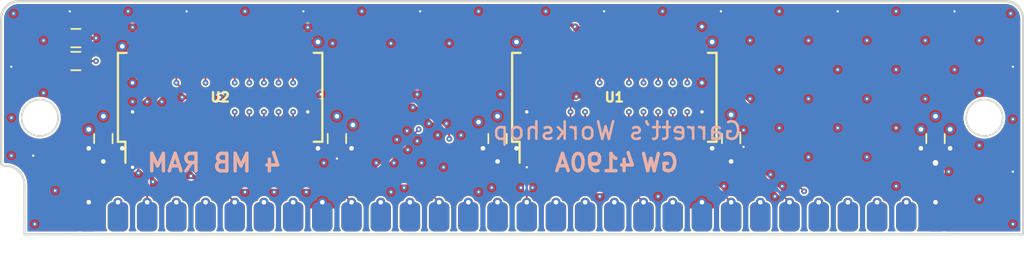
<source format=kicad_pcb>
(kicad_pcb (version 20171130) (host pcbnew "(5.1.10-1-10_14)")
  (layers (0 F.Cu signal) (1 In1.Cu power) (2 In2.Cu signal) (31 B.Cu power) (34 B.Paste user) (35 F.Paste user) (36 B.SilkS user) (37 F.SilkS user) (38 B.Mask user) (39 F.Mask user) (44 Edge.Cuts user))
  (net 0 "")
  (net 1 +5V)
  (net 2 /D0)
  (net 3 /D1)
  (net 4 /~WE~)
  (net 5 /~RAS~)
  (net 6 /~CAS~)
  (net 7 /D2)
  (net 8 /D3)
  (net 9 GND)
  (net 10 /D4)
  (net 11 /D5)
  (net 12 /D6)
  (net 13 /A11)
  (net 14 /D7)
  (net 15 /QP)
  (net 16 /~CASP~)
  (net 17 /DP)
  (net 18 /1A0)
  (net 19 /1A1)
  (net 20 /1A2)
  (net 21 /1A3)
  (net 22 /1A4)
  (net 23 /1A5)
  (net 24 /1A6)
  (net 25 /1A7)
  (net 26 /1A8)
  (net 27 /1A10)
  (net 28 /1A9)
  (net 29 /~OE~)
  (module stdpads:SIMM-30_Edge (layer F.Cu) (at 120.65 99.822)
    (fp_text reference J1)
    (fp_text value DRAM-SIMM-30)
    (pad 1 smd roundrect (at -36.83 0.254) (size 1.778 2.54) (layers B.Cu B.Mask) (net 1 +5V))
    (pad 1 smd roundrect (at -36.83 0.254) (size 1.778 2.54) (layers F.Cu F.Mask) (net 1 +5V))
    (pad 2 smd roundrect (at -34.29 0.254) (size 1.778 2.54) (layers B.Cu B.Mask) (net 6 /~CAS~))
    (pad 3 smd roundrect (at -31.75 0.254) (size 1.778 2.54) (layers B.Cu B.Mask) (net 2 /D0))
    (pad 4 smd roundrect (at -29.21 0.254) (size 1.778 2.54) (layers B.Cu B.Mask) (net 22 /1A4))
    (pad 5 smd roundrect (at -26.67 0.254) (size 1.778 2.54) (layers B.Cu B.Mask) (net 21 /1A3))
    (pad 6 smd roundrect (at -24.13 0.254) (size 1.778 2.54) (layers B.Cu B.Mask) (net 3 /D1))
    (pad 7 smd roundrect (at -21.59 0.254) (size 1.778 2.54) (layers B.Cu B.Mask) (net 23 /1A5))
    (pad 8 smd roundrect (at -19.05 0.254) (size 1.778 2.54) (layers B.Cu B.Mask) (net 20 /1A2))
    (pad 9 smd roundrect (at -16.51 0.254) (size 1.778 2.54) (layers B.Cu B.Mask) (net 9 GND))
    (pad 10 smd roundrect (at -13.97 0.254) (size 1.778 2.54) (layers B.Cu B.Mask) (net 7 /D2))
    (pad 11 smd roundrect (at -11.43 0.254) (size 1.778 2.54) (layers B.Cu B.Mask) (net 24 /1A6))
    (pad 12 smd roundrect (at -8.89 0.254) (size 1.778 2.54) (layers B.Cu B.Mask) (net 19 /1A1))
    (pad 13 smd roundrect (at -6.35 0.254) (size 1.778 2.54) (layers B.Cu B.Mask) (net 8 /D3))
    (pad 14 smd roundrect (at -3.81 0.254) (size 1.778 2.54) (layers B.Cu B.Mask) (net 25 /1A7))
    (pad 15 smd roundrect (at -1.27 0.254) (size 1.778 2.54) (layers B.Cu B.Mask) (net 18 /1A0))
    (pad 16 smd roundrect (at 1.27 0.254) (size 1.778 2.54) (layers B.Cu B.Mask) (net 10 /D4))
    (pad 17 smd roundrect (at 3.81 0.254) (size 1.778 2.54) (layers B.Cu B.Mask) (net 26 /1A8))
    (pad 18 smd roundrect (at 6.35 0.254) (size 1.778 2.54) (layers B.Cu B.Mask) (net 27 /1A10))
    (pad 19 smd roundrect (at 8.89 0.254) (size 1.778 2.54) (layers B.Cu B.Mask) (net 28 /1A9))
    (pad 20 smd roundrect (at 11.43 0.254) (size 1.778 2.54) (layers B.Cu B.Mask) (net 11 /D5))
    (pad 21 smd roundrect (at 13.97 0.254) (size 1.778 2.54) (layers B.Cu B.Mask) (net 4 /~WE~))
    (pad 22 smd roundrect (at 16.51 0.254) (size 1.778 2.54) (layers B.Cu B.Mask) (net 9 GND))
    (pad 23 smd roundrect (at 19.05 0.254) (size 1.778 2.54) (layers B.Cu B.Mask) (net 12 /D6))
    (pad 24 smd roundrect (at 21.59 0.254) (size 1.778 2.54) (layers B.Cu B.Mask) (net 13 /A11))
    (pad 25 smd roundrect (at 24.13 0.254) (size 1.778 2.54) (layers B.Cu B.Mask) (net 14 /D7))
    (pad 26 smd roundrect (at 26.67 0.254) (size 1.778 2.54) (layers B.Cu B.Mask) (net 15 /QP))
    (pad 27 smd roundrect (at 29.21 0.254) (size 1.778 2.54) (layers B.Cu B.Mask) (net 5 /~RAS~))
    (pad 28 smd roundrect (at 31.75 0.254) (size 1.778 2.54) (layers B.Cu B.Mask) (net 16 /~CASP~))
    (pad 29 smd roundrect (at 34.29 0.254) (size 1.778 2.54) (layers B.Cu B.Mask) (net 17 /DP))
    (pad 30 smd roundrect (at 36.83 0.254) (size 1.778 2.54) (layers B.Cu B.Mask) (net 1 +5V))
    (pad 2 smd roundrect (at -34.29 0.254) (size 1.778 2.54) (layers F.Cu F.Mask) (net 6 /~CAS~))
    (pad 3 thru_hole circle (at -31.75 -1.016) (size 0.8 0.8) (drill 0.4) (layers *.Cu *.Mask) (net 2 /D0))
    (pad 11 smd roundrect (at -11.43 0.254) (size 1.778 2.54) (layers F.Cu F.Mask) (net 24 /1A6))
    (pad 5 smd roundrect (at -26.67 0.254) (size 1.778 2.54) (layers F.Cu F.Mask) (net 21 /1A3))
    (pad 12 smd roundrect (at -8.89 0.254) (size 1.778 2.54) (layers F.Cu F.Mask) (net 19 /1A1))
    (pad 26 smd roundrect (at 26.67 0.254) (size 1.778 2.54) (layers F.Cu F.Mask) (net 15 /QP))
    (pad 13 smd roundrect (at -6.35 0.254) (size 1.778 2.54) (layers F.Cu F.Mask) (net 8 /D3))
    (pad 14 smd roundrect (at -3.81 0.254) (size 1.778 2.54) (layers F.Cu F.Mask) (net 25 /1A7))
    (pad 4 smd roundrect (at -29.21 0.254) (size 1.778 2.54) (layers F.Cu F.Mask) (net 22 /1A4))
    (pad 29 smd roundrect (at 34.29 0.254) (size 1.778 2.54) (layers F.Cu F.Mask) (net 17 /DP))
    (pad 3 smd roundrect (at -31.75 0.254) (size 1.778 2.54) (layers F.Cu F.Mask) (net 2 /D0))
    (pad 24 smd roundrect (at 21.59 0.254) (size 1.778 2.54) (layers F.Cu F.Mask) (net 13 /A11))
    (pad 16 smd roundrect (at 1.27 0.254) (size 1.778 2.54) (layers F.Cu F.Mask) (net 10 /D4))
    (pad 20 smd roundrect (at 11.43 0.254) (size 1.778 2.54) (layers F.Cu F.Mask) (net 11 /D5))
    (pad 23 smd roundrect (at 19.05 0.254) (size 1.778 2.54) (layers F.Cu F.Mask) (net 12 /D6))
    (pad 9 smd roundrect (at -16.51 0.254) (size 1.778 2.54) (layers F.Cu F.Mask) (net 9 GND))
    (pad 18 smd roundrect (at 6.35 0.254) (size 1.778 2.54) (layers F.Cu F.Mask) (net 27 /1A10))
    (pad 21 smd roundrect (at 13.97 0.254) (size 1.778 2.54) (layers F.Cu F.Mask) (net 4 /~WE~))
    (pad 19 smd roundrect (at 8.89 0.254) (size 1.778 2.54) (layers F.Cu F.Mask) (net 28 /1A9))
    (pad 10 smd roundrect (at -13.97 0.254) (size 1.778 2.54) (layers F.Cu F.Mask) (net 7 /D2))
    (pad 22 smd roundrect (at 16.51 0.254) (size 1.778 2.54) (layers F.Cu F.Mask) (net 9 GND))
    (pad 6 smd roundrect (at -24.13 0.254) (size 1.778 2.54) (layers F.Cu F.Mask) (net 3 /D1))
    (pad 17 smd roundrect (at 3.81 0.254) (size 1.778 2.54) (layers F.Cu F.Mask) (net 26 /1A8))
    (pad 7 smd roundrect (at -21.59 0.254) (size 1.778 2.54) (layers F.Cu F.Mask) (net 23 /1A5))
    (pad 8 smd roundrect (at -19.05 0.254) (size 1.778 2.54) (layers F.Cu F.Mask) (net 20 /1A2))
    (pad 27 smd roundrect (at 29.21 0.254) (size 1.778 2.54) (layers F.Cu F.Mask) (net 5 /~RAS~))
    (pad 28 smd roundrect (at 31.75 0.254) (size 1.778 2.54) (layers F.Cu F.Mask) (net 16 /~CASP~))
    (pad 30 smd roundrect (at 36.83 0.254) (size 1.778 2.54) (layers F.Cu F.Mask) (net 1 +5V))
    (pad 15 smd roundrect (at -1.27 0.254) (size 1.778 2.54) (layers F.Cu F.Mask) (net 18 /1A0))
    (pad 25 smd roundrect (at 24.13 0.254) (size 1.778 2.54) (layers F.Cu F.Mask) (net 14 /D7))
    (pad 2 thru_hole circle (at -34.29 -1.016) (size 0.8 0.8) (drill 0.4) (layers *.Cu *.Mask) (net 6 /~CAS~))
    (pad 1 thru_hole circle (at -36.83 -1.016) (size 0.8 0.8) (drill 0.4) (layers *.Cu *.Mask) (net 1 +5V))
    (pad 5 thru_hole circle (at -26.67 -1.016) (size 0.8 0.8) (drill 0.4) (layers *.Cu *.Mask) (net 21 /1A3))
    (pad 4 thru_hole circle (at -29.21 -1.016) (size 0.8 0.8) (drill 0.4) (layers *.Cu *.Mask) (net 22 /1A4))
    (pad 6 thru_hole circle (at -24.13 -1.016) (size 0.8 0.8) (drill 0.4) (layers *.Cu *.Mask) (net 3 /D1))
    (pad 7 thru_hole circle (at -21.59 -1.016) (size 0.8 0.8) (drill 0.4) (layers *.Cu *.Mask) (net 23 /1A5))
    (pad 9 thru_hole circle (at -16.51 -1.016) (size 0.8 0.8) (drill 0.4) (layers *.Cu *.Mask) (net 9 GND))
    (pad 8 thru_hole circle (at -19.05 -1.016) (size 0.8 0.8) (drill 0.4) (layers *.Cu *.Mask) (net 20 /1A2))
    (pad 11 thru_hole circle (at -11.43 -1.016) (size 0.8 0.8) (drill 0.4) (layers *.Cu *.Mask) (net 24 /1A6))
    (pad 10 thru_hole circle (at -13.97 -1.016) (size 0.8 0.8) (drill 0.4) (layers *.Cu *.Mask) (net 7 /D2))
    (pad 12 thru_hole circle (at -8.89 -1.016) (size 0.8 0.8) (drill 0.4) (layers *.Cu *.Mask) (net 19 /1A1))
    (pad 14 thru_hole circle (at -3.81 -1.016) (size 0.8 0.8) (drill 0.4) (layers *.Cu *.Mask) (net 25 /1A7))
    (pad 13 thru_hole circle (at -6.35 -1.016) (size 0.8 0.8) (drill 0.4) (layers *.Cu *.Mask) (net 8 /D3))
    (pad 15 thru_hole circle (at -1.27 -1.016) (size 0.8 0.8) (drill 0.4) (layers *.Cu *.Mask) (net 18 /1A0))
    (pad 17 thru_hole circle (at 3.81 -1.016) (size 0.8 0.8) (drill 0.4) (layers *.Cu *.Mask) (net 26 /1A8))
    (pad 16 thru_hole circle (at 1.27 -1.016) (size 0.8 0.8) (drill 0.4) (layers *.Cu *.Mask) (net 10 /D4))
    (pad 18 thru_hole circle (at 6.35 -1.016) (size 0.8 0.8) (drill 0.4) (layers *.Cu *.Mask) (net 27 /1A10))
    (pad 27 thru_hole circle (at 29.21 -1.016) (size 0.8 0.8) (drill 0.4) (layers *.Cu *.Mask) (net 5 /~RAS~))
    (pad 26 thru_hole circle (at 26.67 -1.016) (size 0.8 0.8) (drill 0.4) (layers *.Cu *.Mask) (net 15 /QP))
    (pad 28 thru_hole circle (at 31.75 -1.016) (size 0.8 0.8) (drill 0.4) (layers *.Cu *.Mask) (net 16 /~CASP~))
    (pad 21 thru_hole circle (at 13.97 -1.016) (size 0.8 0.8) (drill 0.4) (layers *.Cu *.Mask) (net 4 /~WE~))
    (pad 20 thru_hole circle (at 11.43 -1.016) (size 0.8 0.8) (drill 0.4) (layers *.Cu *.Mask) (net 11 /D5))
    (pad 22 thru_hole circle (at 16.51 -1.016) (size 0.8 0.8) (drill 0.4) (layers *.Cu *.Mask) (net 9 GND))
    (pad 24 thru_hole circle (at 21.59 -1.016) (size 0.8 0.8) (drill 0.4) (layers *.Cu *.Mask) (net 13 /A11))
    (pad 23 thru_hole circle (at 19.05 -1.016) (size 0.8 0.8) (drill 0.4) (layers *.Cu *.Mask) (net 12 /D6))
    (pad 25 thru_hole circle (at 24.13 -1.016) (size 0.8 0.8) (drill 0.4) (layers *.Cu *.Mask) (net 14 /D7))
    (pad 19 thru_hole circle (at 8.89 -1.016) (size 0.8 0.8) (drill 0.4) (layers *.Cu *.Mask) (net 28 /1A9))
    (pad 29 thru_hole circle (at 34.29 -1.016) (size 0.8 0.8) (drill 0.4) (layers *.Cu *.Mask) (net 17 /DP))
    (pad 30 thru_hole circle (at 36.83 -1.016) (size 0.8 0.8) (drill 0.4) (layers *.Cu *.Mask) (net 1 +5V))
  )
  (module stdpads:C_0805 (layer F.Cu) (at 85.09 93.257 90)
    (fp_text reference C1 hide)
    (fp_text value 100n hide)
    (fp_line (start -0.4064 0.8) (end 0.4064 0.8) (layer F.SilkS) (width 0.1524))
    (fp_line (start -0.4064 -0.8) (end 0.4064 -0.8) (layer F.SilkS) (width 0.1524))
    (pad 1 smd roundrect (at -0.85 0 90) (size 1.05 1.4) (layers F.Cu F.Paste F.Mask) (net 1 +5V))
    (pad 2 smd roundrect (at 0.85 0 90) (size 1.05 1.4) (layers F.Cu F.Paste F.Mask) (net 9 GND))
  )
  (module stdpads:C_0805 (layer F.Cu) (at 105.41 93.257 90)
    (fp_text reference C2 hide)
    (fp_text value 100n hide)
    (fp_line (start -0.4064 -0.8) (end 0.4064 -0.8) (layer F.SilkS) (width 0.1524))
    (fp_line (start -0.4064 0.8) (end 0.4064 0.8) (layer F.SilkS) (width 0.1524))
    (pad 2 smd roundrect (at 0.85 0 90) (size 1.05 1.4) (layers F.Cu F.Paste F.Mask) (net 9 GND))
    (pad 1 smd roundrect (at -0.85 0 90) (size 1.05 1.4) (layers F.Cu F.Paste F.Mask) (net 1 +5V))
  )
  (module stdpads:C_0805 (layer F.Cu) (at 119.38 93.257 90)
    (fp_text reference C3 hide)
    (fp_text value 100n hide)
    (fp_line (start -0.4064 0.8) (end 0.4064 0.8) (layer F.SilkS) (width 0.1524))
    (fp_line (start -0.4064 -0.8) (end 0.4064 -0.8) (layer F.SilkS) (width 0.1524))
    (pad 1 smd roundrect (at -0.85 0 90) (size 1.05 1.4) (layers F.Cu F.Paste F.Mask) (net 1 +5V))
    (pad 2 smd roundrect (at 0.85 0 90) (size 1.05 1.4) (layers F.Cu F.Paste F.Mask) (net 9 GND))
  )
  (module stdpads:C_0805 (layer F.Cu) (at 157.48 93.257 90)
    (fp_text reference C5 hide)
    (fp_text value 100n hide)
    (fp_line (start -0.4064 0.8) (end 0.4064 0.8) (layer F.SilkS) (width 0.1524))
    (fp_line (start -0.4064 -0.8) (end 0.4064 -0.8) (layer F.SilkS) (width 0.1524))
    (pad 1 smd roundrect (at -0.85 0 90) (size 1.05 1.4) (layers F.Cu F.Paste F.Mask) (net 1 +5V))
    (pad 2 smd roundrect (at 0.85 0 90) (size 1.05 1.4) (layers F.Cu F.Paste F.Mask) (net 9 GND))
  )
  (module stdpads:C_0805 (layer F.Cu) (at 139.7 93.257 90)
    (fp_text reference C4 hide)
    (fp_text value 100n hide)
    (fp_line (start -0.4064 0.8) (end 0.4064 0.8) (layer F.SilkS) (width 0.1524))
    (fp_line (start -0.4064 -0.8) (end 0.4064 -0.8) (layer F.SilkS) (width 0.1524))
    (pad 1 smd roundrect (at -0.85 0 90) (size 1.05 1.4) (layers F.Cu F.Paste F.Mask) (net 1 +5V))
    (pad 2 smd roundrect (at 0.85 0 90) (size 1.05 1.4) (layers F.Cu F.Paste F.Mask) (net 9 GND))
  )
  (module stdpads:R_0805 (layer F.Cu) (at 82.7 86.5 180)
    (fp_text reference R1)
    (fp_text value EDO)
    (fp_line (start -0.4064 0.8) (end 0.4064 0.8) (layer F.SilkS) (width 0.1524))
    (fp_line (start -0.4064 -0.8) (end 0.4064 -0.8) (layer F.SilkS) (width 0.1524))
    (pad 2 smd roundrect (at 0.95 0 180) (size 0.85 1.4) (layers F.Cu F.Paste F.Mask) (net 29 /~OE~))
    (pad 1 smd roundrect (at -0.95 0 180) (size 0.85 1.4) (layers F.Cu F.Paste F.Mask) (net 6 /~CAS~))
  )
  (module stdpads:R_0805 (layer F.Cu) (at 82.7 84.5)
    (fp_text reference R2)
    (fp_text value FPM)
    (fp_line (start -0.4064 -0.8) (end 0.4064 -0.8) (layer F.SilkS) (width 0.1524))
    (fp_line (start -0.4064 0.8) (end 0.4064 0.8) (layer F.SilkS) (width 0.1524))
    (pad 1 smd roundrect (at -0.95 0) (size 0.85 1.4) (layers F.Cu F.Paste F.Mask) (net 29 /~OE~))
    (pad 2 smd roundrect (at 0.95 0) (size 0.85 1.4) (layers F.Cu F.Paste F.Mask) (net 9 GND))
  )
  (module stdpads:SOJ-24-26-300mil (layer F.Cu) (at 129.54 89.662 90)
    (fp_text reference U1)
    (fp_text value AS4C4M4)
    (fp_line (start -3.875 -8.89) (end -3.875 -8.24) (layer F.SilkS) (width 0.2))
    (fp_line (start 3.875 -8.89) (end 3.875 -8.145) (layer F.SilkS) (width 0.2))
    (fp_line (start 3.875 8.89) (end 3.875 8.145) (layer F.SilkS) (width 0.2))
    (fp_line (start -3.875 8.89) (end -3.875 8.145) (layer F.SilkS) (width 0.2))
    (fp_line (start -3.875 -8.89) (end 3.875 -8.89) (layer F.SilkS) (width 0.2))
    (fp_line (start -3.875 8.89) (end 3.875 8.89) (layer F.SilkS) (width 0.2))
    (fp_line (start -3.875 -8.24) (end -5.7 -8.24) (layer F.SilkS) (width 0.2))
    (fp_text user %R (at 0 0) (layer F.SilkS) (effects (font (size 0.8128 0.8128) (thickness 0.2032))))
    (pad 14 smd roundrect (at 3.7 7.62 90) (size 4 0.6) (layers F.Cu F.Paste F.Mask) (net 9 GND))
    (pad 26 smd roundrect (at 3.7 -7.62 90) (size 4 0.6) (layers F.Cu F.Paste F.Mask) (net 9 GND))
    (pad 25 smd roundrect (at 3.7 -6.35 90) (size 4 0.6) (layers F.Cu F.Paste F.Mask) (net 10 /D4))
    (pad 24 smd roundrect (at 3.7 -5.08 90) (size 4 0.6) (layers F.Cu F.Paste F.Mask) (net 12 /D6))
    (pad 23 smd roundrect (at 3.7 -3.81 90) (size 4 0.6) (layers F.Cu F.Paste F.Mask) (net 6 /~CAS~))
    (pad 22 smd roundrect (at 3.7 -2.54 90) (size 4 0.6) (layers F.Cu F.Paste F.Mask) (net 29 /~OE~))
    (pad 18 smd roundrect (at 3.7 2.54 90) (size 4 0.6) (layers F.Cu F.Paste F.Mask) (net 25 /1A7))
    (pad 17 smd roundrect (at 3.7 3.81 90) (size 4 0.6) (layers F.Cu F.Paste F.Mask) (net 24 /1A6))
    (pad 16 smd roundrect (at 3.7 5.08 90) (size 4 0.6) (layers F.Cu F.Paste F.Mask) (net 23 /1A5))
    (pad 15 smd roundrect (at 3.7 6.35 90) (size 4 0.6) (layers F.Cu F.Paste F.Mask) (net 22 /1A4))
    (pad 13 smd roundrect (at -3.7 7.62 90) (size 4 0.6) (layers F.Cu F.Paste F.Mask) (net 1 +5V))
    (pad 12 smd roundrect (at -3.7 6.35 90) (size 4 0.6) (layers F.Cu F.Paste F.Mask) (net 21 /1A3))
    (pad 11 smd roundrect (at -3.7 5.08 90) (size 4 0.6) (layers F.Cu F.Paste F.Mask) (net 20 /1A2))
    (pad 10 smd roundrect (at -3.7 3.81 90) (size 4 0.6) (layers F.Cu F.Paste F.Mask) (net 19 /1A1))
    (pad 9 smd roundrect (at -3.7 2.54 90) (size 4 0.6) (layers F.Cu F.Paste F.Mask) (net 18 /1A0))
    (pad 5 smd roundrect (at -3.7 -2.54 90) (size 4 0.6) (layers F.Cu F.Paste F.Mask) (net 5 /~RAS~))
    (pad 4 smd roundrect (at -3.7 -3.81 90) (size 4 0.6) (layers F.Cu F.Paste F.Mask) (net 4 /~WE~))
    (pad 3 smd roundrect (at -3.7 -5.08 90) (size 4 0.6) (layers F.Cu F.Paste F.Mask) (net 14 /D7))
    (pad 2 smd roundrect (at -3.7 -6.35 90) (size 4 0.6) (layers F.Cu F.Paste F.Mask) (net 11 /D5))
    (pad 1 smd roundrect (at -3.7 -7.62 90) (size 4 0.6) (layers F.Cu F.Paste F.Mask) (net 1 +5V))
    (pad 21 smd roundrect (at 3.7 -1.27 90) (size 4 0.6) (layers F.Cu F.Paste F.Mask) (net 28 /1A9))
    (pad 6 smd roundrect (at -3.7 -1.27 90) (size 4 0.6) (layers F.Cu F.Paste F.Mask))
    (pad 19 smd roundrect (at 3.7 1.27 90) (size 4 0.6) (layers F.Cu F.Paste F.Mask) (net 26 /1A8))
    (pad 8 smd roundrect (at -3.7 1.27 90) (size 4 0.6) (layers F.Cu F.Paste F.Mask) (net 27 /1A10))
  )
  (module stdpads:SOJ-24-26-300mil (layer F.Cu) (at 95.25 89.662 90)
    (fp_text reference U2)
    (fp_text value AS4C4M4)
    (fp_line (start -3.875 -8.24) (end -5.7 -8.24) (layer F.SilkS) (width 0.2))
    (fp_line (start -3.875 8.89) (end 3.875 8.89) (layer F.SilkS) (width 0.2))
    (fp_line (start -3.875 -8.89) (end 3.875 -8.89) (layer F.SilkS) (width 0.2))
    (fp_line (start -3.875 8.89) (end -3.875 8.145) (layer F.SilkS) (width 0.2))
    (fp_line (start 3.875 8.89) (end 3.875 8.145) (layer F.SilkS) (width 0.2))
    (fp_line (start 3.875 -8.89) (end 3.875 -8.145) (layer F.SilkS) (width 0.2))
    (fp_line (start -3.875 -8.89) (end -3.875 -8.24) (layer F.SilkS) (width 0.2))
    (fp_text user %R (at 0 0) (layer F.SilkS) (effects (font (size 0.8128 0.8128) (thickness 0.2032))))
    (pad 8 smd roundrect (at -3.7 1.27 90) (size 4 0.6) (layers F.Cu F.Paste F.Mask) (net 21 /1A3))
    (pad 19 smd roundrect (at 3.7 1.27 90) (size 4 0.6) (layers F.Cu F.Paste F.Mask) (net 23 /1A5))
    (pad 6 smd roundrect (at -3.7 -1.27 90) (size 4 0.6) (layers F.Cu F.Paste F.Mask))
    (pad 21 smd roundrect (at 3.7 -1.27 90) (size 4 0.6) (layers F.Cu F.Paste F.Mask) (net 22 /1A4))
    (pad 1 smd roundrect (at -3.7 -7.62 90) (size 4 0.6) (layers F.Cu F.Paste F.Mask) (net 1 +5V))
    (pad 2 smd roundrect (at -3.7 -6.35 90) (size 4 0.6) (layers F.Cu F.Paste F.Mask) (net 3 /D1))
    (pad 3 smd roundrect (at -3.7 -5.08 90) (size 4 0.6) (layers F.Cu F.Paste F.Mask) (net 8 /D3))
    (pad 4 smd roundrect (at -3.7 -3.81 90) (size 4 0.6) (layers F.Cu F.Paste F.Mask) (net 4 /~WE~))
    (pad 5 smd roundrect (at -3.7 -2.54 90) (size 4 0.6) (layers F.Cu F.Paste F.Mask) (net 5 /~RAS~))
    (pad 9 smd roundrect (at -3.7 2.54 90) (size 4 0.6) (layers F.Cu F.Paste F.Mask) (net 20 /1A2))
    (pad 10 smd roundrect (at -3.7 3.81 90) (size 4 0.6) (layers F.Cu F.Paste F.Mask) (net 19 /1A1))
    (pad 11 smd roundrect (at -3.7 5.08 90) (size 4 0.6) (layers F.Cu F.Paste F.Mask) (net 18 /1A0))
    (pad 12 smd roundrect (at -3.7 6.35 90) (size 4 0.6) (layers F.Cu F.Paste F.Mask) (net 27 /1A10))
    (pad 13 smd roundrect (at -3.7 7.62 90) (size 4 0.6) (layers F.Cu F.Paste F.Mask) (net 1 +5V))
    (pad 15 smd roundrect (at 3.7 6.35 90) (size 4 0.6) (layers F.Cu F.Paste F.Mask) (net 28 /1A9))
    (pad 16 smd roundrect (at 3.7 5.08 90) (size 4 0.6) (layers F.Cu F.Paste F.Mask) (net 26 /1A8))
    (pad 17 smd roundrect (at 3.7 3.81 90) (size 4 0.6) (layers F.Cu F.Paste F.Mask) (net 25 /1A7))
    (pad 18 smd roundrect (at 3.7 2.54 90) (size 4 0.6) (layers F.Cu F.Paste F.Mask) (net 24 /1A6))
    (pad 22 smd roundrect (at 3.7 -2.54 90) (size 4 0.6) (layers F.Cu F.Paste F.Mask) (net 29 /~OE~))
    (pad 23 smd roundrect (at 3.7 -3.81 90) (size 4 0.6) (layers F.Cu F.Paste F.Mask) (net 6 /~CAS~))
    (pad 24 smd roundrect (at 3.7 -5.08 90) (size 4 0.6) (layers F.Cu F.Paste F.Mask) (net 7 /D2))
    (pad 25 smd roundrect (at 3.7 -6.35 90) (size 4 0.6) (layers F.Cu F.Paste F.Mask) (net 2 /D0))
    (pad 26 smd roundrect (at 3.7 -7.62 90) (size 4 0.6) (layers F.Cu F.Paste F.Mask) (net 9 GND))
    (pad 14 smd roundrect (at 3.7 7.62 90) (size 4 0.6) (layers F.Cu F.Paste F.Mask) (net 9 GND))
  )
  (gr_text "Garrett’s Workshop" (at 129.794 92.583) (layer B.SilkS) (effects (font (size 1.524 1.524) (thickness 0.225)) (justify mirror)))
  (gr_arc (start 76.454 95.377) (end 76.2 95.377) (angle -90) (layer Edge.Cuts) (width 0.2))
  (gr_arc (start 77.724 82.804) (end 77.724 81.28) (angle -90) (layer Edge.Cuts) (width 0.2))
  (gr_arc (start 163.576 82.804) (end 165.1 82.804) (angle -90) (layer Edge.Cuts) (width 0.2))
  (gr_text 4190A (at 127.889 95.377) (layer B.SilkS) (effects (font (size 1.5 1.5) (thickness 0.3)) (justify mirror)))
  (gr_text GW (at 133.477 95.377) (layer B.SilkS) (effects (font (size 1.5 1.5) (thickness 0.3)) (justify mirror)))
  (gr_text "4 MB RAM" (at 94.742 95.377) (layer B.SilkS) (effects (font (size 1.524 1.524) (thickness 0.3)) (justify mirror)))
  (gr_line (start 76.581 95.631) (end 76.454 95.631) (layer Edge.Cuts) (width 0.2))
  (gr_line (start 78.232 101.6) (end 78.232 97.282) (layer Edge.Cuts) (width 0.2))
  (gr_circle (center 79.5655 91.44) (end 77.978 91.44) (layer Edge.Cuts) (width 0.15))
  (gr_circle (center 161.7345 91.44) (end 163.322 91.44) (layer Edge.Cuts) (width 0.15))
  (gr_line (start 76.2 95.377) (end 76.2 82.804) (layer Edge.Cuts) (width 0.2))
  (gr_arc (start 76.581 97.282) (end 78.232 97.282) (angle -90) (layer Edge.Cuts) (width 0.2))
  (gr_line (start 165.1 82.804) (end 165.1 101.6) (layer Edge.Cuts) (width 0.2))
  (gr_line (start 77.724 81.28) (end 163.576 81.28) (layer Edge.Cuts) (width 0.2))
  (gr_line (start 165.1 101.6) (end 78.232 101.6) (layer Edge.Cuts) (width 0.2))
  (via (at 86.741 94.107) (size 0.8) (drill 0.4) (layers F.Cu B.Cu) (net 1))
  (segment (start 87.625 94.107) (end 87.63 94.112) (width 0.508) (layer F.Cu) (net 1))
  (segment (start 86.741 94.107) (end 87.625 94.107) (width 0.508) (layer F.Cu) (net 1))
  (via (at 121.031 94.107) (size 0.8) (drill 0.4) (layers F.Cu B.Cu) (net 1))
  (via (at 138.049 94.107) (size 0.8) (drill 0.4) (layers F.Cu B.Cu) (net 1))
  (segment (start 102.875 94.107) (end 102.87 94.112) (width 0.508) (layer F.Cu) (net 1))
  (segment (start 121.915 94.107) (end 121.92 94.112) (width 0.508) (layer F.Cu) (net 1))
  (segment (start 121.031 94.107) (end 121.915 94.107) (width 0.508) (layer F.Cu) (net 1))
  (segment (start 137.165 94.107) (end 137.16 94.112) (width 0.508) (layer F.Cu) (net 1))
  (segment (start 138.049 94.107) (end 137.165 94.107) (width 0.508) (layer F.Cu) (net 1))
  (segment (start 85.09 94.107) (end 86.741 94.107) (width 0.762) (layer F.Cu) (net 1))
  (via (at 83.82 94.107) (size 0.8) (drill 0.4) (layers F.Cu B.Cu) (net 1))
  (segment (start 85.09 94.107) (end 83.82 94.107) (width 0.762) (layer F.Cu) (net 1))
  (via (at 85.09 95.25) (size 0.8) (drill 0.4) (layers F.Cu B.Cu) (net 1))
  (segment (start 85.09 94.107) (end 85.09 95.25) (width 0.762) (layer F.Cu) (net 1))
  (segment (start 103.759 94.107) (end 102.875 94.107) (width 0.508) (layer F.Cu) (net 1))
  (via (at 103.759 94.107) (size 0.8) (drill 0.4) (layers F.Cu B.Cu) (net 1))
  (via (at 106.68 94.107) (size 0.8) (drill 0.4) (layers F.Cu B.Cu) (net 1))
  (segment (start 105.41 94.107) (end 106.68 94.107) (width 0.762) (layer F.Cu) (net 1))
  (segment (start 105.41 94.107) (end 103.759 94.107) (width 0.762) (layer F.Cu) (net 1))
  (via (at 118.11 94.107) (size 0.8) (drill 0.4) (layers F.Cu B.Cu) (net 1))
  (segment (start 119.38 94.107) (end 118.11 94.107) (width 0.762) (layer F.Cu) (net 1))
  (segment (start 119.38 94.107) (end 121.031 94.107) (width 0.762) (layer F.Cu) (net 1))
  (via (at 119.38 95.25) (size 0.8) (drill 0.4) (layers F.Cu B.Cu) (net 1))
  (segment (start 119.38 94.107) (end 119.38 95.25) (width 0.762) (layer F.Cu) (net 1))
  (via (at 105.41 94.996) (size 0.508) (drill 0.2) (layers F.Cu B.Cu) (net 1))
  (segment (start 105.41 94.107) (end 105.41 94.996) (width 0.508) (layer F.Cu) (net 1))
  (segment (start 139.7 94.107) (end 138.049 94.107) (width 0.762) (layer F.Cu) (net 1))
  (via (at 139.7 95.25) (size 0.8) (drill 0.4) (layers F.Cu B.Cu) (net 1))
  (segment (start 139.7 94.107) (end 139.7 95.25) (width 0.762) (layer F.Cu) (net 1))
  (segment (start 157.48 98.806) (end 157.48 95.377) (width 1.27) (layer F.Cu) (net 1))
  (segment (start 157.48 95.377) (end 157.48 94.107) (width 0.762) (layer F.Cu) (net 1))
  (via (at 156.21 94.107) (size 0.8) (drill 0.4) (layers F.Cu B.Cu) (net 1))
  (segment (start 157.48 94.107) (end 156.21 94.107) (width 0.8) (layer F.Cu) (net 1))
  (via (at 158.75 94.107) (size 0.8) (drill 0.4) (layers F.Cu B.Cu) (net 1))
  (segment (start 157.48 94.107) (end 158.75 94.107) (width 0.8) (layer F.Cu) (net 1))
  (via (at 157.48 95.377) (size 1) (drill 0.5) (layers F.Cu B.Cu) (net 1))
  (via (at 140.7795 93.98) (size 0.508) (drill 0.2) (layers F.Cu B.Cu) (net 1))
  (segment (start 140.6525 94.107) (end 140.7795 93.98) (width 0.508) (layer F.Cu) (net 1))
  (segment (start 139.7 94.107) (end 140.6525 94.107) (width 0.508) (layer F.Cu) (net 1))
  (via (at 121.92 90.932) (size 0.6) (drill 0.3) (layers F.Cu B.Cu) (net 1))
  (segment (start 121.92 94.112) (end 121.92 90.932) (width 0.6) (layer F.Cu) (net 1))
  (via (at 137.16 90.932) (size 0.6) (drill 0.3) (layers F.Cu B.Cu) (net 1))
  (segment (start 137.16 94.112) (end 137.16 90.932) (width 0.6) (layer F.Cu) (net 1))
  (via (at 121.92 95.758) (size 0.508) (drill 0.2) (layers F.Cu B.Cu) (net 1))
  (segment (start 121.92 94.112) (end 121.92 95.758) (width 0.508) (layer F.Cu) (net 1))
  (via (at 102.87 90.932) (size 0.6) (drill 0.3) (layers F.Cu B.Cu) (net 1))
  (segment (start 102.87 94.112) (end 102.87 90.932) (width 0.6) (layer F.Cu) (net 1))
  (via (at 87.63 90.932) (size 0.6) (drill 0.3) (layers F.Cu B.Cu) (net 1))
  (segment (start 87.63 94.112) (end 87.63 90.932) (width 0.6) (layer F.Cu) (net 1))
  (via (at 87.63 95.758) (size 0.6) (drill 0.3) (layers F.Cu B.Cu) (net 1))
  (segment (start 87.63 94.112) (end 87.63 95.758) (width 0.6) (layer F.Cu) (net 1))
  (via (at 159.131 82.169) (size 0.508) (drill 0.2) (layers F.Cu B.Cu) (net 1))
  (via (at 148.971 82.169) (size 0.508) (drill 0.2) (layers F.Cu B.Cu) (net 1))
  (via (at 92.329 82.169) (size 0.508) (drill 0.2) (layers F.Cu B.Cu) (net 1))
  (via (at 102.489 82.169) (size 0.508) (drill 0.2) (layers F.Cu B.Cu) (net 1))
  (via (at 138.811 82.169) (size 0.508) (drill 0.2) (layers F.Cu B.Cu) (net 1))
  (via (at 128.651 82.169) (size 0.508) (drill 0.2) (layers F.Cu B.Cu) (net 1))
  (via (at 112.649 82.169) (size 0.508) (drill 0.2) (layers F.Cu B.Cu) (net 1))
  (via (at 82.169 82.169) (size 0.508) (drill 0.2) (layers F.Cu B.Cu) (net 1))
  (via (at 77.089 86.995) (size 0.508) (drill 0.2) (layers F.Cu B.Cu) (net 1))
  (via (at 164.211 86.995) (size 0.508) (drill 0.2) (layers F.Cu B.Cu) (net 1))
  (via (at 164.211 96.139) (size 0.508) (drill 0.2) (layers F.Cu B.Cu) (net 1))
  (via (at 78.994 94.742) (size 0.508) (drill 0.2) (layers F.Cu B.Cu) (net 1))
  (segment (start 88.9 89.281) (end 88.9 85.962) (width 0.1524) (layer F.Cu) (net 2))
  (segment (start 88.265 89.916) (end 88.9 89.281) (width 0.1524) (layer F.Cu) (net 2))
  (segment (start 88.9 98.806) (end 88.9 96.266) (width 0.1524) (layer F.Cu) (net 2))
  (segment (start 88.265 95.631) (end 88.265 89.916) (width 0.1524) (layer F.Cu) (net 2))
  (segment (start 88.9 96.266) (end 88.265 95.631) (width 0.1524) (layer F.Cu) (net 2))
  (segment (start 88.9 95.758) (end 88.9 94.112) (width 0.1524) (layer F.Cu) (net 3))
  (segment (start 95.504 97.79) (end 90.932 97.79) (width 0.1524) (layer F.Cu) (net 3))
  (segment (start 96.52 98.806) (end 95.504 97.79) (width 0.1524) (layer F.Cu) (net 3))
  (segment (start 90.932 97.79) (end 88.9 95.758) (width 0.1524) (layer F.Cu) (net 3))
  (via (at 146.05 97.8535) (size 0.508) (drill 0.2) (layers F.Cu B.Cu) (net 4))
  (segment (start 125.73 94.112) (end 125.73 90.932) (width 0.1524) (layer F.Cu) (net 4))
  (via (at 125.73 90.932) (size 0.508) (drill 0.2) (layers F.Cu B.Cu) (net 4))
  (via (at 115.189 93.2815) (size 0.508) (drill 0.2) (layers F.Cu B.Cu) (net 4))
  (segment (start 91.44 90.932) (end 91.44 94.112) (width 0.1524) (layer F.Cu) (net 4))
  (segment (start 92.329 90.043) (end 91.44 90.932) (width 0.1524) (layer F.Cu) (net 4))
  (segment (start 95.504 90.17) (end 94.996 90.17) (width 0.1524) (layer F.Cu) (net 4))
  (segment (start 94.869 90.043) (end 92.329 90.043) (width 0.1524) (layer F.Cu) (net 4))
  (segment (start 94.996 90.17) (end 94.869 90.043) (width 0.1524) (layer F.Cu) (net 4))
  (segment (start 112.2045 89.9795) (end 95.6945 89.9795) (width 0.1524) (layer F.Cu) (net 4))
  (segment (start 115.189 92.964) (end 112.2045 89.9795) (width 0.1524) (layer F.Cu) (net 4))
  (segment (start 95.6945 89.9795) (end 95.504 90.17) (width 0.1524) (layer F.Cu) (net 4))
  (segment (start 115.189 93.2815) (end 115.189 92.964) (width 0.1524) (layer F.Cu) (net 4))
  (segment (start 125.73 90.47) (end 125.73 90.932) (width 0.1524) (layer F.Cu) (net 4))
  (segment (start 126.4285 90.1065) (end 126.0935 90.1065) (width 0.1524) (layer F.Cu) (net 4))
  (segment (start 126.535 90) (end 126.4285 90.1065) (width 0.1524) (layer F.Cu) (net 4))
  (segment (start 126.0935 90.1065) (end 125.73 90.47) (width 0.1524) (layer F.Cu) (net 4))
  (segment (start 143.05 92.25) (end 140.8 90) (width 0.1524) (layer F.Cu) (net 4))
  (segment (start 143.05 94.8535) (end 143.05 92.25) (width 0.1524) (layer F.Cu) (net 4))
  (segment (start 140.8 90) (end 126.535 90) (width 0.1524) (layer F.Cu) (net 4))
  (segment (start 146.05 97.8535) (end 143.05 94.8535) (width 0.1524) (layer F.Cu) (net 4))
  (via (at 127 90.932) (size 0.508) (drill 0.2) (layers F.Cu B.Cu) (net 5))
  (segment (start 127 94.112) (end 127 90.932) (width 0.1524) (layer F.Cu) (net 5))
  (via (at 112.522 92.456) (size 0.508) (drill 0.2) (layers F.Cu B.Cu) (net 5))
  (segment (start 92.71 95.758) (end 92.71 93.362) (width 0.1524) (layer F.Cu) (net 5))
  (segment (start 93.345 96.393) (end 92.71 95.758) (width 0.1524) (layer F.Cu) (net 5))
  (segment (start 108.585 96.393) (end 93.345 96.393) (width 0.1524) (layer F.Cu) (net 5))
  (segment (start 112.522 92.456) (end 108.585 96.393) (width 0.1524) (layer F.Cu) (net 5))
  (segment (start 91.44 88.392) (end 91.44 85.212) (width 0.1524) (layer F.Cu) (net 6))
  (via (at 91.44 88.392) (size 0.508) (drill 0.2) (layers F.Cu B.Cu) (net 6))
  (via (at 84.45 86.5) (size 0.508) (drill 0.2) (layers F.Cu B.Cu) (net 6))
  (segment (start 84.45 86.5) (end 83.65 86.5) (width 0.1524) (layer F.Cu) (net 6))
  (segment (start 92.329 89.281) (end 91.44 88.392) (width 0.1524) (layer F.Cu) (net 6))
  (segment (start 94.869 89.281) (end 92.329 89.281) (width 0.1524) (layer F.Cu) (net 6))
  (segment (start 95.504 89.154) (end 94.996 89.154) (width 0.1524) (layer F.Cu) (net 6))
  (segment (start 94.996 89.154) (end 94.869 89.281) (width 0.1524) (layer F.Cu) (net 6))
  (segment (start 95.631 89.281) (end 95.504 89.154) (width 0.1524) (layer F.Cu) (net 6))
  (segment (start 103.759 88.8365) (end 103.3145 89.281) (width 0.1524) (layer F.Cu) (net 6))
  (segment (start 125.222 83.312) (end 120.015 83.312) (width 0.1524) (layer F.Cu) (net 6))
  (segment (start 125.73 85.212) (end 125.73 83.82) (width 0.1524) (layer F.Cu) (net 6))
  (segment (start 125.73 83.82) (end 125.222 83.312) (width 0.1524) (layer F.Cu) (net 6))
  (segment (start 103.3145 89.281) (end 95.631 89.281) (width 0.1524) (layer F.Cu) (net 6))
  (segment (start 114.4905 88.8365) (end 103.759 88.8365) (width 0.1524) (layer F.Cu) (net 6))
  (segment (start 120.015 83.312) (end 114.4905 88.8365) (width 0.1524) (layer F.Cu) (net 6))
  (segment (start 105.283 97.409) (end 106.68 98.806) (width 0.1524) (layer F.Cu) (net 7))
  (segment (start 89.535 89.916) (end 89.535 95.758) (width 0.1524) (layer F.Cu) (net 7))
  (segment (start 91.186 97.409) (end 105.283 97.409) (width 0.1524) (layer F.Cu) (net 7))
  (segment (start 89.535 95.758) (end 91.186 97.409) (width 0.1524) (layer F.Cu) (net 7))
  (segment (start 90.17 89.281) (end 89.535 89.916) (width 0.1524) (layer F.Cu) (net 7))
  (segment (start 90.17 85.212) (end 90.17 89.281) (width 0.1524) (layer F.Cu) (net 7))
  (segment (start 112.522 97.028) (end 114.3 98.806) (width 0.1524) (layer F.Cu) (net 8))
  (segment (start 91.44 97.028) (end 112.522 97.028) (width 0.1524) (layer F.Cu) (net 8))
  (segment (start 90.17 94.112) (end 90.17 95.758) (width 0.1524) (layer F.Cu) (net 8))
  (segment (start 90.17 95.758) (end 91.44 97.028) (width 0.1524) (layer F.Cu) (net 8))
  (via (at 164.211 91.567) (size 0.508) (drill 0.2) (layers F.Cu B.Cu) (net 9))
  (via (at 77.089 91.44) (size 0.508) (drill 0.2) (layers F.Cu B.Cu) (net 9))
  (via (at 151.511 89.789) (size 0.508) (drill 0.2) (layers F.Cu B.Cu) (net 9))
  (via (at 156.591 89.789) (size 0.508) (drill 0.2) (layers F.Cu B.Cu) (net 9))
  (via (at 146.431 89.789) (size 0.508) (drill 0.2) (layers F.Cu B.Cu) (net 9))
  (via (at 141.351 89.789) (size 0.508) (drill 0.2) (layers F.Cu B.Cu) (net 9))
  (via (at 143.891 92.329) (size 0.508) (drill 0.2) (layers F.Cu B.Cu) (net 9))
  (via (at 148.971 92.329) (size 0.508) (drill 0.2) (layers F.Cu B.Cu) (net 9))
  (via (at 143.891 87.249) (size 0.508) (drill 0.2) (layers F.Cu B.Cu) (net 9))
  (via (at 154.051 87.249) (size 0.508) (drill 0.2) (layers F.Cu B.Cu) (net 9))
  (via (at 159.131 87.249) (size 0.508) (drill 0.2) (layers F.Cu B.Cu) (net 9))
  (via (at 148.971 87.249) (size 0.508) (drill 0.2) (layers F.Cu B.Cu) (net 9))
  (via (at 151.511 94.869) (size 0.508) (drill 0.2) (layers F.Cu B.Cu) (net 9))
  (via (at 154.051 97.409) (size 0.508) (drill 0.2) (layers F.Cu B.Cu) (net 9))
  (via (at 146.431 94.869) (size 0.508) (drill 0.2) (layers F.Cu B.Cu) (net 9))
  (via (at 141.351 84.709) (size 0.508) (drill 0.2) (layers F.Cu B.Cu) (net 9))
  (via (at 151.511 84.709) (size 0.508) (drill 0.2) (layers F.Cu B.Cu) (net 9))
  (via (at 146.431 84.709) (size 0.508) (drill 0.2) (layers F.Cu B.Cu) (net 9))
  (via (at 156.591 84.709) (size 0.508) (drill 0.2) (layers F.Cu B.Cu) (net 9))
  (via (at 161.29 84.709) (size 0.508) (drill 0.2) (layers F.Cu B.Cu) (net 9))
  (via (at 121.031 84.836) (size 0.8) (drill 0.4) (layers F.Cu B.Cu) (net 9))
  (via (at 103.759 84.836) (size 0.8) (drill 0.4) (layers F.Cu B.Cu) (net 9))
  (via (at 86.741 85.217) (size 0.8) (drill 0.4) (layers F.Cu B.Cu) (net 9))
  (segment (start 86.746 85.212) (end 86.741 85.217) (width 0.508) (layer F.Cu) (net 9))
  (segment (start 87.63 85.212) (end 86.746 85.212) (width 0.508) (layer F.Cu) (net 9))
  (via (at 108.839 95.377) (size 0.508) (drill 0.2) (layers F.Cu B.Cu) (net 9))
  (via (at 104.267 95.377) (size 0.508) (drill 0.2) (layers F.Cu B.Cu) (net 9))
  (via (at 95.25 89.662) (size 0.508) (drill 0.2) (layers F.Cu B.Cu) (net 9))
  (via (at 112.395 89.408) (size 0.508) (drill 0.2) (layers F.Cu B.Cu) (net 9))
  (via (at 119.634 89.408) (size 0.508) (drill 0.2) (layers F.Cu B.Cu) (net 9))
  (segment (start 103.759 84.836) (end 102.997 84.836) (width 0.508) (layer F.Cu) (net 9))
  (segment (start 102.87 84.963) (end 102.87 85.962) (width 0.508) (layer F.Cu) (net 9))
  (segment (start 102.997 84.836) (end 102.87 84.963) (width 0.508) (layer F.Cu) (net 9))
  (segment (start 121.031 84.836) (end 121.84859 84.836) (width 0.508) (layer F.Cu) (net 9))
  (segment (start 121.92 84.90741) (end 121.92 85.962) (width 0.508) (layer F.Cu) (net 9))
  (segment (start 121.84859 84.836) (end 121.92 84.90741) (width 0.508) (layer F.Cu) (net 9))
  (via (at 92.71 96.52) (size 0.508) (drill 0.2) (layers F.Cu B.Cu) (net 9))
  (via (at 111.252 97.536) (size 0.508) (drill 0.2) (layers F.Cu B.Cu) (net 9))
  (via (at 117.729 97.917) (size 0.508) (drill 0.2) (layers F.Cu B.Cu) (net 9))
  (via (at 118.872 97.536) (size 0.508) (drill 0.2) (layers F.Cu B.Cu) (net 9))
  (via (at 139.065 97.409) (size 0.508) (drill 0.2) (layers F.Cu B.Cu) (net 9))
  (via (at 89.408 97.028) (size 0.508) (drill 0.2) (layers F.Cu B.Cu) (net 9))
  (via (at 88.138 96.266) (size 0.508) (drill 0.2) (layers F.Cu B.Cu) (net 9))
  (via (at 143.51 98.298) (size 0.508) (drill 0.2) (layers F.Cu B.Cu) (net 9))
  (via (at 114.681 95.758) (size 0.508) (drill 0.2) (layers F.Cu B.Cu) (net 9))
  (via (at 144.145 97.409) (size 0.508) (drill 0.2) (layers F.Cu B.Cu) (net 9))
  (via (at 143.129 96.393) (size 0.508) (drill 0.2) (layers F.Cu B.Cu) (net 9))
  (via (at 112.014 90.551) (size 0.508) (drill 0.2) (layers F.Cu B.Cu) (net 9))
  (via (at 88.9 90.043) (size 0.508) (drill 0.2) (layers F.Cu B.Cu) (net 9))
  (via (at 87.63 90.043) (size 0.508) (drill 0.2) (layers F.Cu B.Cu) (net 9))
  (via (at 90.17 90.043) (size 0.508) (drill 0.2) (layers F.Cu B.Cu) (net 9))
  (via (at 91.948 89.662) (size 0.508) (drill 0.2) (layers F.Cu B.Cu) (net 9))
  (via (at 126.238 89.5985) (size 0.508) (drill 0.2) (layers F.Cu B.Cu) (net 9))
  (via (at 121.412 97.536) (size 0.508) (drill 0.2) (layers F.Cu B.Cu) (net 9))
  (via (at 122.428 97.536) (size 0.508) (drill 0.2) (layers F.Cu B.Cu) (net 9))
  (via (at 77.2795 82.3595) (size 0.508) (drill 0.2) (layers F.Cu B.Cu) (net 9))
  (via (at 164.0205 82.3595) (size 0.508) (drill 0.2) (layers F.Cu B.Cu) (net 9))
  (via (at 164.211 100.711) (size 0.508) (drill 0.2) (layers F.Cu B.Cu) (net 9))
  (via (at 79.121 100.711) (size 0.508) (drill 0.2) (layers F.Cu B.Cu) (net 9))
  (via (at 77.089 94.742) (size 0.508) (drill 0.2) (layers F.Cu B.Cu) (net 9))
  (via (at 79.883 84.709) (size 0.508) (drill 0.2) (layers F.Cu B.Cu) (net 9))
  (via (at 161.29 89.281) (size 0.508) (drill 0.2) (layers F.Cu B.Cu) (net 9))
  (via (at 161.29 93.853) (size 0.508) (drill 0.2) (layers F.Cu B.Cu) (net 9))
  (via (at 161.29 98.552) (size 0.508) (drill 0.2) (layers F.Cu B.Cu) (net 9))
  (via (at 80.899 97.79) (size 0.508) (drill 0.2) (layers F.Cu B.Cu) (net 9))
  (via (at 79.883 89.281) (size 0.508) (drill 0.2) (layers F.Cu B.Cu) (net 9))
  (via (at 133.35 98.298) (size 0.508) (drill 0.2) (layers F.Cu B.Cu) (net 9))
  (via (at 110.109 97.917) (size 0.508) (drill 0.2) (layers F.Cu B.Cu) (net 9))
  (via (at 102.743 97.917) (size 0.508) (drill 0.2) (layers F.Cu B.Cu) (net 9))
  (via (at 99.949 97.917) (size 0.508) (drill 0.2) (layers F.Cu B.Cu) (net 9))
  (via (at 97.409 97.917) (size 0.508) (drill 0.2) (layers F.Cu B.Cu) (net 9))
  (via (at 128.27 98.298) (size 0.508) (drill 0.2) (layers F.Cu B.Cu) (net 9))
  (via (at 158.623 96.139) (size 0.508) (drill 0.2) (layers F.Cu B.Cu) (net 9))
  (via (at 113.411 91.948) (size 0.508) (drill 0.2) (layers F.Cu B.Cu) (net 9))
  (via (at 116.205 92.964) (size 0.508) (drill 0.2) (layers F.Cu B.Cu) (net 9))
  (via (at 114.935 91.948) (size 0.508) (drill 0.2) (layers F.Cu B.Cu) (net 9))
  (via (at 114.173 92.964) (size 0.508) (drill 0.2) (layers F.Cu B.Cu) (net 9))
  (via (at 112.395 93.472) (size 0.508) (drill 0.2) (layers F.Cu B.Cu) (net 9))
  (via (at 112.776 95.377) (size 0.508) (drill 0.2) (layers F.Cu B.Cu) (net 9))
  (via (at 110.363 95.377) (size 0.508) (drill 0.2) (layers F.Cu B.Cu) (net 9))
  (via (at 111.506 92.583) (size 0.508) (drill 0.2) (layers F.Cu B.Cu) (net 9))
  (via (at 110.617 93.345) (size 0.508) (drill 0.2) (layers F.Cu B.Cu) (net 9))
  (via (at 111.5695 94.234) (size 0.508) (drill 0.2) (layers F.Cu B.Cu) (net 9))
  (via (at 83.82 92.456) (size 0.8) (drill 0.4) (layers F.Cu B.Cu) (net 9))
  (segment (start 83.869 92.407) (end 83.82 92.456) (width 0.762) (layer F.Cu) (net 9))
  (segment (start 85.09 92.407) (end 83.869 92.407) (width 0.762) (layer F.Cu) (net 9))
  (via (at 85.09 91.313) (size 0.8) (drill 0.4) (layers F.Cu B.Cu) (net 9))
  (segment (start 85.09 92.407) (end 85.09 91.313) (width 0.762) (layer F.Cu) (net 9))
  (via (at 104.013 89.408) (size 0.508) (drill 0.2) (layers F.Cu B.Cu) (net 9))
  (via (at 105.41 91.313) (size 0.8) (drill 0.4) (layers F.Cu B.Cu) (net 9))
  (segment (start 105.41 92.407) (end 105.41 91.313) (width 0.762) (layer F.Cu) (net 9))
  (via (at 119.38 91.313) (size 0.8) (drill 0.4) (layers F.Cu B.Cu) (net 9))
  (segment (start 119.38 92.407) (end 119.38 91.313) (width 0.762) (layer F.Cu) (net 9))
  (via (at 117.729 91.821) (size 0.8) (drill 0.4) (layers F.Cu B.Cu) (net 9))
  (segment (start 118.315 92.407) (end 117.729 91.821) (width 0.762) (layer F.Cu) (net 9))
  (segment (start 119.38 92.407) (end 118.315 92.407) (width 0.762) (layer F.Cu) (net 9))
  (via (at 106.807 92.075) (size 0.8) (drill 0.4) (layers F.Cu B.Cu) (net 9))
  (segment (start 106.475 92.407) (end 106.807 92.075) (width 0.762) (layer F.Cu) (net 9))
  (segment (start 105.41 92.407) (end 106.475 92.407) (width 0.762) (layer F.Cu) (net 9))
  (via (at 139.7 91.186) (size 0.8) (drill 0.4) (layers F.Cu B.Cu) (net 9))
  (segment (start 139.7 92.407) (end 139.7 91.186) (width 0.762) (layer F.Cu) (net 9))
  (via (at 156.21 92.456) (size 0.8) (drill 0.4) (layers F.Cu B.Cu) (net 9))
  (segment (start 156.259 92.407) (end 156.21 92.456) (width 0.8) (layer F.Cu) (net 9))
  (segment (start 157.48 92.407) (end 156.259 92.407) (width 0.8) (layer F.Cu) (net 9))
  (via (at 158.75 92.456) (size 0.8) (drill 0.4) (layers F.Cu B.Cu) (net 9))
  (segment (start 158.701 92.407) (end 158.75 92.456) (width 0.8) (layer F.Cu) (net 9))
  (segment (start 157.48 92.407) (end 158.701 92.407) (width 0.8) (layer F.Cu) (net 9))
  (segment (start 83.65 84.5) (end 84.45 84.5) (width 0.1524) (layer F.Cu) (net 9))
  (via (at 84.45 84.5) (size 0.508) (drill 0.2) (layers F.Cu B.Cu) (net 9))
  (via (at 140.7795 92.5195) (size 0.508) (drill 0.2) (layers F.Cu B.Cu) (net 9))
  (segment (start 140.667 92.407) (end 140.7795 92.5195) (width 0.508) (layer F.Cu) (net 9))
  (segment (start 139.7 92.407) (end 140.667 92.407) (width 0.508) (layer F.Cu) (net 9))
  (via (at 87.63 88.392) (size 0.6) (drill 0.3) (layers F.Cu B.Cu) (net 9))
  (segment (start 87.63 85.212) (end 87.63 88.392) (width 0.6) (layer F.Cu) (net 9))
  (segment (start 137.16 85.212) (end 137.16 88.392) (width 0.6) (layer F.Cu) (net 9))
  (via (at 137.16 88.392) (size 0.6) (drill 0.3) (layers F.Cu B.Cu) (net 9))
  (segment (start 157.48 92.407) (end 157.48 91.313) (width 0.8) (layer F.Cu) (net 9))
  (via (at 157.48 91.313) (size 0.8) (drill 0.4) (layers F.Cu B.Cu) (net 9))
  (segment (start 137.16 83.5025) (end 137.16 85.212) (width 0.6) (layer F.Cu) (net 9))
  (via (at 137.16 83.5025) (size 0.6) (drill 0.3) (layers F.Cu B.Cu) (net 9))
  (via (at 154.051 82.169) (size 0.508) (drill 0.2) (layers F.Cu B.Cu) (net 9))
  (via (at 87.249 82.169) (size 0.508) (drill 0.2) (layers F.Cu B.Cu) (net 9))
  (via (at 97.409 82.169) (size 0.508) (drill 0.2) (layers F.Cu B.Cu) (net 9))
  (via (at 143.891 82.169) (size 0.508) (drill 0.2) (layers F.Cu B.Cu) (net 9))
  (via (at 133.731 82.169) (size 0.508) (drill 0.2) (layers F.Cu B.Cu) (net 9))
  (via (at 107.569 82.169) (size 0.508) (drill 0.2) (layers F.Cu B.Cu) (net 9))
  (via (at 117.729 82.169) (size 0.508) (drill 0.2) (layers F.Cu B.Cu) (net 9))
  (via (at 123.571 82.169) (size 0.508) (drill 0.2) (layers F.Cu B.Cu) (net 9))
  (via (at 110.109 84.963) (size 0.508) (drill 0.2) (layers F.Cu B.Cu) (net 9))
  (via (at 105.029 84.963) (size 0.508) (drill 0.2) (layers F.Cu B.Cu) (net 9))
  (via (at 115.189 84.963) (size 0.508) (drill 0.2) (layers F.Cu B.Cu) (net 9))
  (via (at 126.111 83.5025) (size 0.508) (drill 0.2) (layers F.Cu B.Cu) (net 9))
  (via (at 102.87 83.566) (size 0.508) (drill 0.2) (layers F.Cu B.Cu) (net 9))
  (segment (start 102.87 85.212) (end 102.87 83.566) (width 0.508) (layer F.Cu) (net 9))
  (via (at 87.63 83.566) (size 0.508) (drill 0.2) (layers F.Cu B.Cu) (net 9))
  (segment (start 87.63 85.212) (end 87.63 83.566) (width 0.508) (layer F.Cu) (net 9))
  (via (at 138.049 84.836) (size 0.8) (drill 0.4) (layers F.Cu B.Cu) (net 9))
  (segment (start 138.049 84.836) (end 137.287 84.836) (width 0.508) (layer F.Cu) (net 9))
  (segment (start 137.16 84.963) (end 137.16 85.962) (width 0.508) (layer F.Cu) (net 9))
  (segment (start 137.287 84.836) (end 137.16 84.963) (width 0.508) (layer F.Cu) (net 9))
  (via (at 154.051 92.329) (size 0.508) (drill 0.2) (layers F.Cu B.Cu) (net 9))
  (segment (start 122.555 95.8215) (end 121.92 96.4565) (width 0.1524) (layer F.Cu) (net 10))
  (segment (start 122.555 89.662) (end 122.555 95.8215) (width 0.1524) (layer F.Cu) (net 10))
  (segment (start 121.92 96.4565) (end 121.92 98.806) (width 0.1524) (layer F.Cu) (net 10))
  (segment (start 123.19 89.027) (end 122.555 89.662) (width 0.1524) (layer F.Cu) (net 10))
  (segment (start 123.19 85.962) (end 123.19 89.027) (width 0.1524) (layer F.Cu) (net 10))
  (segment (start 131.064 97.79) (end 132.08 98.806) (width 0.1524) (layer F.Cu) (net 11))
  (segment (start 123.19 96.266) (end 124.714 97.79) (width 0.1524) (layer F.Cu) (net 11))
  (segment (start 124.714 97.79) (end 131.064 97.79) (width 0.1524) (layer F.Cu) (net 11))
  (segment (start 123.19 93.362) (end 123.19 96.266) (width 0.1524) (layer F.Cu) (net 11))
  (segment (start 138.049 97.155) (end 139.7 98.806) (width 0.1524) (layer F.Cu) (net 12))
  (segment (start 124.968 97.155) (end 138.049 97.155) (width 0.1524) (layer F.Cu) (net 12))
  (segment (start 123.825 96.012) (end 124.968 97.155) (width 0.1524) (layer F.Cu) (net 12))
  (segment (start 124.46 85.212) (end 124.46 89.027) (width 0.1524) (layer F.Cu) (net 12))
  (segment (start 124.46 89.027) (end 123.825 89.662) (width 0.1524) (layer F.Cu) (net 12))
  (segment (start 123.825 89.662) (end 123.825 96.012) (width 0.1524) (layer F.Cu) (net 12))
  (segment (start 142.494 96.52) (end 144.78 98.806) (width 0.1524) (layer F.Cu) (net 14))
  (segment (start 124.46 95.758) (end 125.222 96.52) (width 0.1524) (layer F.Cu) (net 14))
  (segment (start 125.222 96.52) (end 142.494 96.52) (width 0.1524) (layer F.Cu) (net 14))
  (segment (start 124.46 93.362) (end 124.46 95.758) (width 0.1524) (layer F.Cu) (net 14))
  (via (at 132.08 90.932) (size 0.508) (drill 0.2) (layers F.Cu B.Cu) (net 18))
  (segment (start 132.08 93.362) (end 132.08 90.932) (width 0.1524) (layer F.Cu) (net 18))
  (via (at 100.33 90.932) (size 0.508) (drill 0.2) (layers F.Cu B.Cu) (net 18))
  (segment (start 100.33 94.112) (end 100.33 90.932) (width 0.1524) (layer F.Cu) (net 18))
  (via (at 133.35 90.932) (size 0.508) (drill 0.2) (layers F.Cu B.Cu) (net 19))
  (segment (start 133.35 94.112) (end 133.35 90.932) (width 0.1524) (layer F.Cu) (net 19))
  (via (at 99.06 90.932) (size 0.508) (drill 0.2) (layers F.Cu B.Cu) (net 19))
  (segment (start 99.06 90.932) (end 99.06 93.362) (width 0.1524) (layer F.Cu) (net 19))
  (via (at 134.62 90.932) (size 0.508) (drill 0.2) (layers F.Cu B.Cu) (net 20))
  (segment (start 134.62 94.112) (end 134.62 90.932) (width 0.1524) (layer F.Cu) (net 20))
  (via (at 97.79 90.932) (size 0.508) (drill 0.2) (layers F.Cu B.Cu) (net 20))
  (segment (start 97.79 90.932) (end 97.79 93.362) (width 0.1524) (layer F.Cu) (net 20))
  (via (at 135.89 90.932) (size 0.508) (drill 0.2) (layers F.Cu B.Cu) (net 21))
  (segment (start 135.89 94.112) (end 135.89 90.932) (width 0.1524) (layer F.Cu) (net 21))
  (via (at 96.52 90.932) (size 0.508) (drill 0.2) (layers F.Cu B.Cu) (net 21))
  (segment (start 96.52 90.932) (end 96.52 93.362) (width 0.1524) (layer F.Cu) (net 21))
  (via (at 93.98 88.392) (size 0.508) (drill 0.2) (layers F.Cu B.Cu) (net 22))
  (segment (start 93.98 85.212) (end 93.98 88.392) (width 0.1524) (layer F.Cu) (net 22))
  (via (at 135.89 88.392) (size 0.508) (drill 0.2) (layers F.Cu B.Cu) (net 22))
  (segment (start 135.89 85.212) (end 135.89 88.392) (width 0.1524) (layer F.Cu) (net 22))
  (via (at 134.62 88.392) (size 0.508) (drill 0.2) (layers F.Cu B.Cu) (net 23))
  (segment (start 134.62 85.962) (end 134.62 88.392) (width 0.1524) (layer F.Cu) (net 23))
  (via (at 96.52 88.392) (size 0.508) (drill 0.2) (layers F.Cu B.Cu) (net 23))
  (segment (start 96.52 88.392) (end 96.52 85.962) (width 0.1524) (layer F.Cu) (net 23))
  (via (at 97.79 88.392) (size 0.508) (drill 0.2) (layers F.Cu B.Cu) (net 24))
  (via (at 133.35 88.392) (size 0.508) (drill 0.2) (layers F.Cu B.Cu) (net 24))
  (segment (start 133.35 85.212) (end 133.35 88.392) (width 0.1524) (layer F.Cu) (net 24))
  (segment (start 97.79 88.392) (end 97.79 85.962) (width 0.1524) (layer F.Cu) (net 24))
  (via (at 99.06 88.392) (size 0.508) (drill 0.2) (layers F.Cu B.Cu) (net 25))
  (via (at 132.08 88.392) (size 0.508) (drill 0.2) (layers F.Cu B.Cu) (net 25))
  (segment (start 132.08 85.212) (end 132.08 88.392) (width 0.1524) (layer F.Cu) (net 25))
  (segment (start 99.06 88.392) (end 99.06 85.962) (width 0.1524) (layer F.Cu) (net 25))
  (via (at 100.33 88.392) (size 0.508) (drill 0.2) (layers F.Cu B.Cu) (net 26))
  (via (at 130.81 88.392) (size 0.508) (drill 0.2) (layers F.Cu B.Cu) (net 26))
  (segment (start 130.81 85.212) (end 130.81 88.392) (width 0.1524) (layer F.Cu) (net 26))
  (segment (start 100.33 85.212) (end 100.33 88.392) (width 0.1524) (layer F.Cu) (net 26))
  (via (at 130.81 90.932) (size 0.508) (drill 0.2) (layers F.Cu B.Cu) (net 27))
  (segment (start 130.81 94.112) (end 130.81 90.932) (width 0.1524) (layer F.Cu) (net 27))
  (via (at 101.6 90.932) (size 0.508) (drill 0.2) (layers F.Cu B.Cu) (net 27))
  (segment (start 101.6 94.112) (end 101.6 90.932) (width 0.1524) (layer F.Cu) (net 27))
  (via (at 101.6 88.392) (size 0.508) (drill 0.2) (layers F.Cu B.Cu) (net 28))
  (via (at 128.27 88.392) (size 0.508) (drill 0.2) (layers F.Cu B.Cu) (net 28))
  (segment (start 128.27 85.212) (end 128.27 88.392) (width 0.1524) (layer F.Cu) (net 28))
  (segment (start 101.6 85.212) (end 101.6 88.392) (width 0.1524) (layer F.Cu) (net 28))
  (segment (start 81.75 84.5) (end 81.75 86.5) (width 0.1524) (layer F.Cu) (net 29))
  (segment (start 92.71 83.82) (end 92.71 85.212) (width 0.1524) (layer F.Cu) (net 29))
  (segment (start 127 83.66125) (end 127 85.212) (width 0.1524) (layer F.Cu) (net 29))
  (segment (start 126.33325 82.9945) (end 127 83.66125) (width 0.1524) (layer F.Cu) (net 29))
  (segment (start 93.5355 82.9945) (end 126.33325 82.9945) (width 0.1524) (layer F.Cu) (net 29))
  (segment (start 92.71 83.82) (end 93.5355 82.9945) (width 0.1524) (layer F.Cu) (net 29))
  (segment (start 91.8845 82.9945) (end 92.71 83.82) (width 0.1524) (layer F.Cu) (net 29))
  (segment (start 82.1555 82.9945) (end 91.8845 82.9945) (width 0.1524) (layer F.Cu) (net 29))
  (segment (start 81.75 83.4) (end 82.1555 82.9945) (width 0.1524) (layer F.Cu) (net 29))
  (segment (start 81.75 84.5) (end 81.75 83.4) (width 0.1524) (layer F.Cu) (net 29))
  (zone (net 9) (net_name GND) (layer F.Cu) (connect_pads (clearance 0.1524)) (min_thickness 0.1524) (fill yes (arc_segments 16) (thermal_gap 0.1524) (thermal_bridge_width 0.3))
    (polygon (pts (xy 76.2 81.28) (xy 165.1 81.28) (xy 165.1 101.6) (xy 76.2 101.6)))
  )
  (zone (net 1) (net_name +5V) (layer B.Cu) (connect_pads (clearance 0.1524)) (min_thickness 0.1524) (fill yes (arc_segments 16) (thermal_gap 0.1524) (thermal_bridge_width 0.3))
    (polygon (pts (xy 76.2 81.28) (xy 165.1 81.28) (xy 165.1 101.6) (xy 76.2 101.6)))
  )
  (zone (net 0) (net_name "") (layer F.Cu) (connect_pads (clearance 0.1524)) (min_thickness 0.254)
    (keepout (tracks allowed) (vias allowed) (copperpour not_allowed))
    (fill (arc_segments 32) (thermal_gap 0.508) (thermal_bridge_width 0.508))
    (polygon (pts (xy 157.48 101.6) (xy 83.82 101.6) (xy 82.931 99.314) (xy 119.761 99.3775) (xy 158.369 99.314)))
  )
)
</source>
